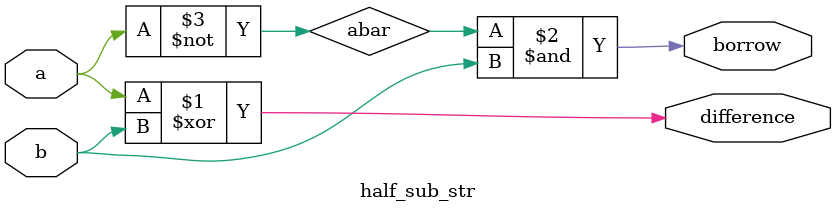
<source format=v>

module half_sub_str( a , b , difference , borrow );

    input a , b;
    output difference , borrow ;
    wire abar;

    xor u1( difference , a , b);
    not u2( abar , a );
    and u3( borrow ,abar , b );

endmodule


</source>
